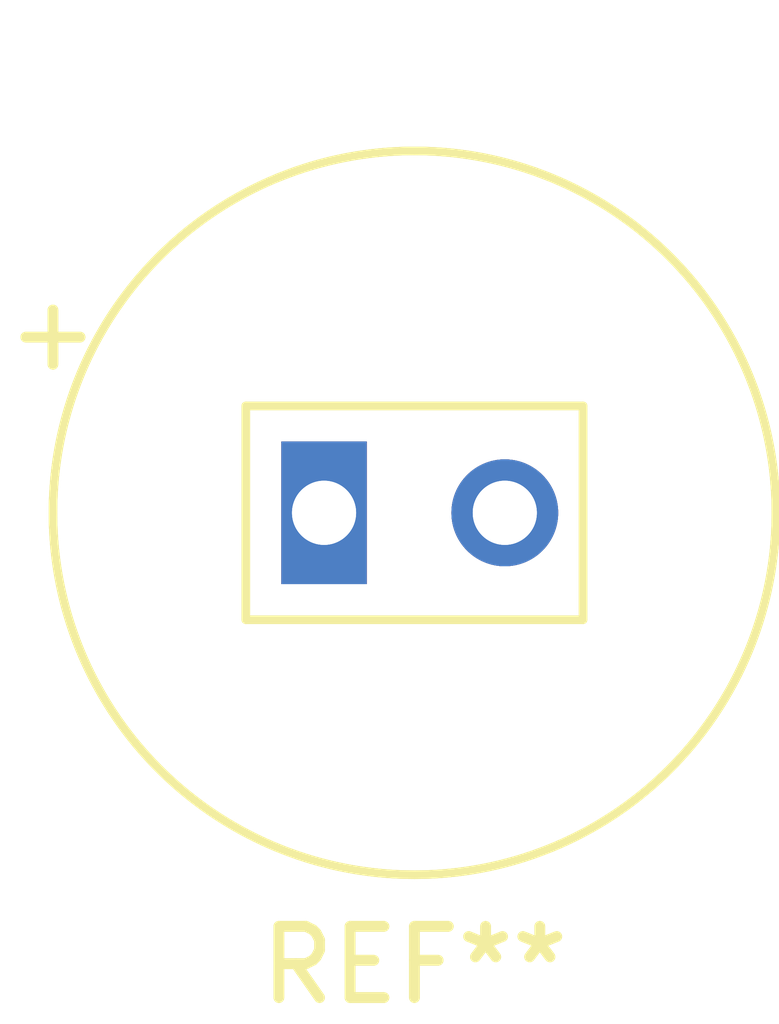
<source format=kicad_pcb>
(kicad_pcb (version 20171130) (host pcbnew "(5.1.12)-1")

  (general
    (thickness 1.6)
    (drawings 0)
    (tracks 0)
    (zones 0)
    (modules 3)
    (nets 1)
  )

  (page A4)
  (layers
    (0 F.Cu signal)
    (31 B.Cu signal)
    (32 B.Adhes user)
    (33 F.Adhes user)
    (34 B.Paste user)
    (35 F.Paste user)
    (36 B.SilkS user)
    (37 F.SilkS user)
    (38 B.Mask user)
    (39 F.Mask user)
    (40 Dwgs.User user)
    (41 Cmts.User user)
    (42 Eco1.User user)
    (43 Eco2.User user)
    (44 Edge.Cuts user)
    (45 Margin user)
    (46 B.CrtYd user)
    (47 F.CrtYd user)
    (48 B.Fab user)
    (49 F.Fab user)
  )

  (setup
    (last_trace_width 0.25)
    (trace_clearance 0.2)
    (zone_clearance 0.508)
    (zone_45_only no)
    (trace_min 0.2)
    (via_size 0.8)
    (via_drill 0.4)
    (via_min_size 0.4)
    (via_min_drill 0.3)
    (uvia_size 0.3)
    (uvia_drill 0.1)
    (uvias_allowed no)
    (uvia_min_size 0.2)
    (uvia_min_drill 0.1)
    (edge_width 0.05)
    (segment_width 0.2)
    (pcb_text_width 0.3)
    (pcb_text_size 1.5 1.5)
    (mod_edge_width 0.12)
    (mod_text_size 1 1)
    (mod_text_width 0.15)
    (pad_size 1.524 1.524)
    (pad_drill 0.762)
    (pad_to_mask_clearance 0)
    (aux_axis_origin 0 0)
    (visible_elements 7FFFFFFF)
    (pcbplotparams
      (layerselection 0x010fc_ffffffff)
      (usegerberextensions false)
      (usegerberattributes true)
      (usegerberadvancedattributes true)
      (creategerberjobfile true)
      (excludeedgelayer true)
      (linewidth 0.100000)
      (plotframeref false)
      (viasonmask false)
      (mode 1)
      (useauxorigin false)
      (hpglpennumber 1)
      (hpglpenspeed 20)
      (hpglpendiameter 15.000000)
      (psnegative false)
      (psa4output false)
      (plotreference true)
      (plotvalue true)
      (plotinvisibletext false)
      (padsonsilk false)
      (subtractmaskfromsilk false)
      (outputformat 1)
      (mirror false)
      (drillshape 1)
      (scaleselection 1)
      (outputdirectory ""))
  )

  (net 0 "")

  (net_class Default "This is the default net class."
    (clearance 0.2)
    (trace_width 0.25)
    (via_dia 0.8)
    (via_drill 0.4)
    (uvia_dia 0.3)
    (uvia_drill 0.1)
  )

  (module Varistor:IR1503 (layer F.Cu) (tedit 62421662) (tstamp 624217A4)
    (at 68.58 74.93)
    (fp_text reference REF** (at 0 6.35) (layer F.SilkS)
      (effects (font (size 1 1) (thickness 0.15)))
    )
    (fp_text value IR1503 (at 0 -6.35) (layer F.Fab)
      (effects (font (size 1 1) (thickness 0.15)))
    )
    (fp_circle (center 0 0) (end 5.08 0) (layer F.SilkS) (width 0.12))
    (fp_line (start -2.37 1.5) (end -2.37 -1.5) (layer F.SilkS) (width 0.12))
    (fp_line (start 2.37 1.5) (end -2.37 1.5) (layer F.SilkS) (width 0.12))
    (fp_line (start 2.37 -1.5) (end 2.37 1.5) (layer F.SilkS) (width 0.12))
    (fp_line (start -2.37 -1.5) (end 2.37 -1.5) (layer F.SilkS) (width 0.12))
    (fp_text user + (at -5.08 -2.54) (layer F.SilkS)
      (effects (font (size 1 1) (thickness 0.15)))
    )
    (pad 1 thru_hole rect (at -1.27 0) (size 1.2 2) (drill 0.9) (layers *.Cu *.Mask))
    (pad 2 thru_hole circle (at 1.27 0) (size 1.5 1.5) (drill 0.9) (layers *.Cu *.Mask))
  )

  (module LED_THT:IR1503 (layer F.Cu) (tedit 62421662) (tstamp 624216CE)
    (at 68.58 74.93)
    (fp_text reference REF** (at 0 6.35) (layer F.SilkS)
      (effects (font (size 1 1) (thickness 0.15)))
    )
    (fp_text value IR1503 (at 0 -6.35) (layer F.Fab)
      (effects (font (size 1 1) (thickness 0.15)))
    )
    (fp_circle (center 0 0) (end 5.08 0) (layer F.SilkS) (width 0.12))
    (fp_line (start -2.37 1.5) (end -2.37 -1.5) (layer F.SilkS) (width 0.12))
    (fp_line (start 2.37 1.5) (end -2.37 1.5) (layer F.SilkS) (width 0.12))
    (fp_line (start 2.37 -1.5) (end 2.37 1.5) (layer F.SilkS) (width 0.12))
    (fp_line (start -2.37 -1.5) (end 2.37 -1.5) (layer F.SilkS) (width 0.12))
    (fp_text user + (at -5.08 -2.54) (layer F.SilkS)
      (effects (font (size 1 1) (thickness 0.15)))
    )
    (pad 1 thru_hole rect (at -1.27 0) (size 1.2 2) (drill 0.9) (layers *.Cu *.Mask))
    (pad 2 thru_hole circle (at 1.27 0) (size 1.5 1.5) (drill 0.9) (layers *.Cu *.Mask))
  )

  (module LED_THT:IR1503 (layer F.Cu) (tedit 62421662) (tstamp 624216C2)
    (at 68.58 74.93)
    (fp_text reference REF** (at 0 6.35) (layer F.SilkS)
      (effects (font (size 1 1) (thickness 0.15)))
    )
    (fp_text value IR1503 (at 0 -6.35) (layer F.Fab)
      (effects (font (size 1 1) (thickness 0.15)))
    )
    (fp_circle (center 0 0) (end 5.08 0) (layer F.SilkS) (width 0.12))
    (fp_line (start -2.37 1.5) (end -2.37 -1.5) (layer F.SilkS) (width 0.12))
    (fp_line (start 2.37 1.5) (end -2.37 1.5) (layer F.SilkS) (width 0.12))
    (fp_line (start 2.37 -1.5) (end 2.37 1.5) (layer F.SilkS) (width 0.12))
    (fp_line (start -2.37 -1.5) (end 2.37 -1.5) (layer F.SilkS) (width 0.12))
    (fp_text user + (at -5.08 -2.54) (layer F.SilkS)
      (effects (font (size 1 1) (thickness 0.15)))
    )
    (pad 1 thru_hole rect (at -1.27 0) (size 1.2 2) (drill 0.9) (layers *.Cu *.Mask))
    (pad 2 thru_hole circle (at 1.27 0) (size 1.5 1.5) (drill 0.9) (layers *.Cu *.Mask))
  )

)

</source>
